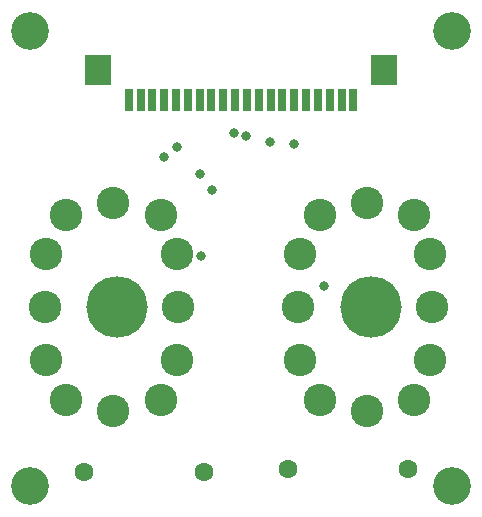
<source format=gts>
G04*
G04 #@! TF.GenerationSoftware,Altium Limited,Altium Designer,18.1.7 (191)*
G04*
G04 Layer_Color=8388736*
%FSLAX25Y25*%
%MOIN*%
G70*
G01*
G75*
%ADD14R,0.02760X0.07500*%
%ADD15R,0.09100X0.10200*%
%ADD16C,0.06312*%
%ADD17C,0.10800*%
%ADD18C,0.20485*%
%ADD19C,0.12611*%
%ADD20C,0.03162*%
D14*
X450638Y340000D02*
D03*
X446699D02*
D03*
X442759D02*
D03*
X438819D02*
D03*
X434878D02*
D03*
X391568D02*
D03*
X387628D02*
D03*
X383688D02*
D03*
X379748D02*
D03*
X375808D02*
D03*
X415180D02*
D03*
X419120D02*
D03*
X423060D02*
D03*
X427000D02*
D03*
X430940D02*
D03*
X411241D02*
D03*
X407302D02*
D03*
X403362D02*
D03*
X399422D02*
D03*
X395481D02*
D03*
D15*
X460858Y350000D02*
D03*
X365588D02*
D03*
D16*
X361000Y216000D02*
D03*
X401000D02*
D03*
X429000Y217000D02*
D03*
X469000D02*
D03*
D17*
X370628Y305715D02*
D03*
X392250Y271000D02*
D03*
X391751Y288717D02*
D03*
X370628Y236285D02*
D03*
X391751Y253283D02*
D03*
X386377Y240222D02*
D03*
Y301778D02*
D03*
X354880D02*
D03*
X348256Y288717D02*
D03*
X347757Y271000D02*
D03*
X348256Y253283D02*
D03*
X354880Y240222D02*
D03*
X455128Y305715D02*
D03*
X476751Y271000D02*
D03*
X476251Y288717D02*
D03*
X455128Y236285D02*
D03*
X476251Y253283D02*
D03*
X470877Y240222D02*
D03*
Y301778D02*
D03*
X439381D02*
D03*
X432757Y288717D02*
D03*
X432257Y271000D02*
D03*
X432757Y253283D02*
D03*
X439381Y240222D02*
D03*
D18*
X371879Y271000D02*
D03*
X456379D02*
D03*
D19*
X483500Y363000D02*
D03*
X343000D02*
D03*
Y211500D02*
D03*
X483500D02*
D03*
D20*
X400000Y288000D02*
D03*
X403500Y310000D02*
D03*
X391751Y324500D02*
D03*
X387628Y321000D02*
D03*
X399422Y315500D02*
D03*
X441000Y278000D02*
D03*
X411000Y329000D02*
D03*
X415000Y328000D02*
D03*
X423000Y325940D02*
D03*
X430940Y325500D02*
D03*
M02*

</source>
